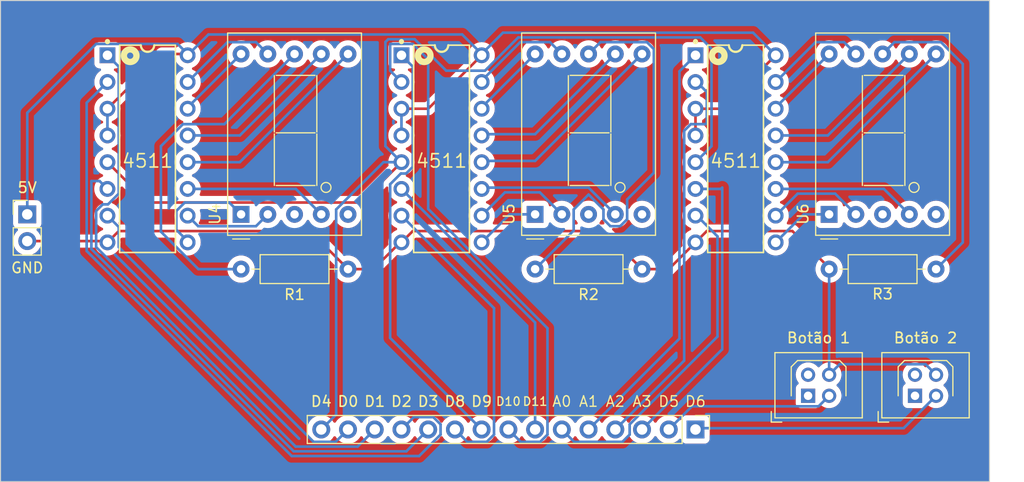
<source format=kicad_pcb>
(kicad_pcb (version 20221018) (generator pcbnew)
  (layers (0 "F.Cu" signal) (31 "B.Cu" signal) (34 "B.Paste" user) (35 "F.Paste" user) (36 "B.SilkS" user "B.Silkscreen") (37 "F.SilkS" user "F.Silkscreen") (38 "B.Mask" user) (39 "F.Mask" user) (44 "Edge.Cuts" user))
  (net 0 "")
  (net 1 "Net-(J2-Pin_13)")
  (net 2 "Net-(J2-Pin_12)")
  (net 3 "Net-(J1-Pin_1)")
  (net 4 "Net-(J2-Pin_15)")
  (net 5 "Net-(J2-Pin_11)")
  (net 6 "Net-(J2-Pin_14)")
  (net 7 "Net-(J1-Pin_2)")
  (net 8 "Net-(U1-Qf)")
  (net 9 "Net-(U1-Qg)")
  (net 10 "Net-(U1-Qa)")
  (net 11 "Net-(U1-Qb)")
  (net 12 "Net-(U1-Qc)")
  (net 13 "Net-(U1-Qd)")
  (net 14 "Net-(U1-Qe)")
  (net 15 "Net-(J2-Pin_9)")
  (net 16 "Net-(J2-Pin_8)")
  (net 17 "Net-(J2-Pin_7)")
  (net 18 "Net-(J2-Pin_10)")
  (net 19 "Net-(U2-Qf)")
  (net 20 "Net-(U2-Qg)")
  (net 21 "Net-(U2-Qa)")
  (net 22 "Net-(U2-Qb)")
  (net 23 "Net-(U2-Qc)")
  (net 24 "Net-(U2-Qd)")
  (net 25 "Net-(U2-Qe)")
  (net 26 "Net-(J2-Pin_5)")
  (net 27 "Net-(J2-Pin_4)")
  (net 28 "Net-(J2-Pin_3)")
  (net 29 "Net-(J2-Pin_6)")
  (net 30 "Net-(U3-Qf)")
  (net 31 "Net-(U3-Qg)")
  (net 32 "Net-(U3-Qa)")
  (net 33 "Net-(U3-Qb)")
  (net 34 "Net-(U3-Qc)")
  (net 35 "Net-(U3-Qd)")
  (net 36 "Net-(U3-Qe)")
  (net 37 "Net-(R1-Pad1)")
  (net 38 "Net-(R2-Pad1)")
  (net 39 "Net-(R3-Pad1)")
  (net 46 "Net-(J2-Pin_1)")
  (net 47 "Net-(J2-Pin_2)")
  (footprint "Connector_Harwin:Harwin_LTek-Male_2x02_P2.00mm_Vertical" (layer "F.Cu") (at 185.96 106.14)
    (fp_text reference "Botão 1" (at 1 -5.5) (layer "F.SilkS"))
    (fp_text value "Conn_02x02_Top_Bottom")
    (pad "1" thru_hole rect (at 0 0) (size 1.35 1.35) (drill 0.8) (layers "*.Cu" "*.Mask"))
    (pad "2" thru_hole circle (at 0 -2) (size 1.35 1.35) (drill 0.8) (layers "*.Cu" "*.Mask"))
    (pad "3" thru_hole circle (at 2 0) (size 1.35 1.35) (drill 0.8) (layers "*.Cu" "*.Mask") (net 47 "Net-(J2-Pin_2)"))
    (pad "4" thru_hole circle (at 2 -2) (size 1.35 1.35) (drill 0.8) (layers "*.Cu" "*.Mask") (net 7 "Net-(J1-Pin_2)"))
  )
  (footprint "Resistor_THT:R_Axial_DIN0207_L6.3mm_D2.5mm_P10.16mm_Horizontal" (layer "F.Cu") (at 132.08 94.1025)
    (fp_text reference "R1" (at 5.08 2.4175) (layer "F.SilkS"))
    (fp_text value "1K")
    (pad "1" thru_hole circle (at 0 0) (size 1.6 1.6) (drill 0.8) (layers "*.Cu" "*.Mask") (net 37 "Net-(R1-Pad1)"))
    (pad "2" thru_hole oval (at 10.16 0) (size 1.6 1.6) (drill 0.8) (layers "*.Cu" "*.Mask") (net 7 "Net-(J1-Pin_2)"))
  )
  (footprint "Display_7Segment:D1X8K" (layer "F.Cu") (at 187.96 88.9 90)
    (fp_text reference "U6" (at 0.03 -2.48 90) (layer "F.SilkS"))
    (fp_text value "D168K")
    (pad "1" thru_hole rect (at 0 0) (size 1.6 1.6) (drill 0.8) (layers "*.Cu" "*.Mask") (net 36 "Net-(U3-Qe)"))
    (pad "2" thru_hole circle (at 0 2.54) (size 1.6 1.6) (drill 0.8) (layers "*.Cu" "*.Mask") (net 35 "Net-(U3-Qd)"))
    (pad "3" thru_hole circle (at 0 5.08) (size 1.6 1.6) (drill 0.8) (layers "*.Cu" "*.Mask"))
    (pad "4" thru_hole circle (at 0 7.62) (size 1.6 1.6) (drill 0.8) (layers "*.Cu" "*.Mask") (net 34 "Net-(U3-Qc)"))
    (pad "5" thru_hole circle (at 0 10.16) (size 1.6 1.6) (drill 0.8) (layers "*.Cu" "*.Mask"))
    (pad "6" thru_hole circle (at 15.24 10.16) (size 1.6 1.6) (drill 0.8) (layers "*.Cu" "*.Mask") (net 33 "Net-(U3-Qb)"))
    (pad "7" thru_hole circle (at 15.24 7.62) (size 1.6 1.6) (drill 0.8) (layers "*.Cu" "*.Mask") (net 32 "Net-(U3-Qa)"))
    (pad "8" thru_hole circle (at 15.24 5.08) (size 1.6 1.6) (drill 0.8) (layers "*.Cu" "*.Mask") (net 39 "Net-(R3-Pad1)"))
    (pad "9" thru_hole circle (at 15.24 2.54) (size 1.6 1.6) (drill 0.8) (layers "*.Cu" "*.Mask") (net 30 "Net-(U3-Qf)"))
    (pad "10" thru_hole circle (at 15.24 0) (size 1.6 1.6) (drill 0.8) (layers "*.Cu" "*.Mask") (net 31 "Net-(U3-Qg)"))
  )
  (footprint "eec:Texas_Instruments-CD74HCT4511E-Manufacturer_Recommended" (layer "F.Cu") (at 123.19 82.6725)
    (fp_text reference "U1" hide)
    (fp_text value "4511" (at 0 1.1475) (layer "F.SilkS") (effects (font (size 1.27 1.27))))
    (pad "1" thru_hole rect (at -3.81 -8.89) (size 1.5 1.5) (drill 0.900001) (layers "*.Cu") (net 1 "Net-(J2-Pin_13)"))
    (pad "2" thru_hole circle (at -3.81 -6.35) (size 1.5 1.5) (drill 0.900001) (layers "*.Cu") (net 2 "Net-(J2-Pin_12)"))
    (pad "3" thru_hole circle (at -3.81 -3.81) (size 1.5 1.5) (drill 0.900001) (layers "*.Cu") (net 3 "Net-(J1-Pin_1)"))
    (pad "4" thru_hole circle (at -3.81 -1.27) (size 1.5 1.5) (drill 0.900001) (layers "*.Cu") (net 3 "Net-(J1-Pin_1)"))
    (pad "5" thru_hole circle (at -3.81 1.27) (size 1.5 1.5) (drill 0.900001) (layers "*.Cu") (net 4 "Net-(J2-Pin_15)"))
    (pad "6" thru_hole circle (at -3.81 3.81) (size 1.5 1.5) (drill 0.900001) (layers "*.Cu") (net 5 "Net-(J2-Pin_11)"))
    (pad "7" thru_hole circle (at -3.81 6.35) (size 1.5 1.5) (drill 0.900001) (layers "*.Cu") (net 6 "Net-(J2-Pin_14)"))
    (pad "8" thru_hole circle (at -3.81 8.89) (size 1.5 1.5) (drill 0.900001) (layers "*.Cu") (net 7 "Net-(J1-Pin_2)"))
    (pad "9" thru_hole circle (at 3.81 8.89) (size 1.5 1.5) (drill 0.900001) (layers "*.Cu") (net 14 "Net-(U1-Qe)"))
    (pad "10" thru_hole circle (at 3.81 6.35) (size 1.5 1.5) (drill 0.900001) (layers "*.Cu") (net 13 "Net-(U1-Qd)"))
    (pad "11" thru_hole circle (at 3.81 3.81) (size 1.5 1.5) (drill 0.900001) (layers "*.Cu") (net 12 "Net-(U1-Qc)"))
    (pad "12" thru_hole circle (at 3.81 1.27) (size 1.5 1.5) (drill 0.900001) (layers "*.Cu") (net 11 "Net-(U1-Qb)"))
    (pad "13" thru_hole circle (at 3.81 -1.27) (size 1.5 1.5) (drill 0.900001) (layers "*.Cu") (net 10 "Net-(U1-Qa)"))
    (pad "14" thru_hole circle (at 3.81 -3.81) (size 1.5 1.5) (drill 0.900001) (layers "*.Cu") (net 9 "Net-(U1-Qg)"))
    (pad "15" thru_hole circle (at 3.81 -6.35) (size 1.5 1.5) (drill 0.900001) (layers "*.Cu") (net 8 "Net-(U1-Qf)"))
    (pad "16" thru_hole circle (at 3.81 -8.89) (size 1.5 1.5) (drill 0.900001) (layers "*.Cu") (net 3 "Net-(J1-Pin_1)"))
  )
  (footprint "Resistor_THT:R_Axial_DIN0207_L6.3mm_D2.5mm_P10.16mm_Horizontal" (layer "F.Cu") (at 160.02 94.1025)
    (fp_text reference "R2" (at 5.08 2.4175) (layer "F.SilkS"))
    (fp_text value "1K")
    (pad "1" thru_hole circle (at 0 0) (size 1.6 1.6) (drill 0.8) (layers "*.Cu" "*.Mask") (net 38 "Net-(R2-Pad1)"))
    (pad "2" thru_hole oval (at 10.16 0) (size 1.6 1.6) (drill 0.8) (layers "*.Cu" "*.Mask") (net 7 "Net-(J1-Pin_2)"))
  )
  (footprint "eec:Texas_Instruments-CD74HCT4511E-Manufacturer_Recommended" (layer "F.Cu") (at 151.13 82.6725)
    (fp_text reference "U2" hide)
    (fp_text value "4511" (at 0 1.1475) (layer "F.SilkS") (effects (font (size 1.27 1.27))))
    (pad "1" thru_hole rect (at -3.81 -8.89) (size 1.5 1.5) (drill 0.900001) (layers "*.Cu") (net 15 "Net-(J2-Pin_9)"))
    (pad "2" thru_hole circle (at -3.81 -6.35) (size 1.5 1.5) (drill 0.900001) (layers "*.Cu") (net 16 "Net-(J2-Pin_8)"))
    (pad "3" thru_hole circle (at -3.81 -3.81) (size 1.5 1.5) (drill 0.900001) (layers "*.Cu") (net 3 "Net-(J1-Pin_1)"))
    (pad "4" thru_hole circle (at -3.81 -1.27) (size 1.5 1.5) (drill 0.900001) (layers "*.Cu") (net 3 "Net-(J1-Pin_1)"))
    (pad "5" thru_hole circle (at -3.81 1.27) (size 1.5 1.5) (drill 0.900001) (layers "*.Cu") (net 4 "Net-(J2-Pin_15)"))
    (pad "6" thru_hole circle (at -3.81 3.81) (size 1.5 1.5) (drill 0.900001) (layers "*.Cu") (net 17 "Net-(J2-Pin_7)"))
    (pad "7" thru_hole circle (at -3.81 6.35) (size 1.5 1.5) (drill 0.900001) (layers "*.Cu") (net 18 "Net-(J2-Pin_10)"))
    (pad "8" thru_hole circle (at -3.81 8.89) (size 1.5 1.5) (drill 0.900001) (layers "*.Cu") (net 7 "Net-(J1-Pin_2)"))
    (pad "9" thru_hole circle (at 3.81 8.89) (size 1.5 1.5) (drill 0.900001) (layers "*.Cu") (net 25 "Net-(U2-Qe)"))
    (pad "10" thru_hole circle (at 3.81 6.35) (size 1.5 1.5) (drill 0.900001) (layers "*.Cu") (net 24 "Net-(U2-Qd)"))
    (pad "11" thru_hole circle (at 3.81 3.81) (size 1.5 1.5) (drill 0.900001) (layers "*.Cu") (net 23 "Net-(U2-Qc)"))
    (pad "12" thru_hole circle (at 3.81 1.27) (size 1.5 1.5) (drill 0.900001) (layers "*.Cu") (net 22 "Net-(U2-Qb)"))
    (pad "13" thru_hole circle (at 3.81 -1.27) (size 1.5 1.5) (drill 0.900001) (layers "*.Cu") (net 21 "Net-(U2-Qa)"))
    (pad "14" thru_hole circle (at 3.81 -3.81) (size 1.5 1.5) (drill 0.900001) (layers "*.Cu") (net 20 "Net-(U2-Qg)"))
    (pad "15" thru_hole circle (at 3.81 -6.35) (size 1.5 1.5) (drill 0.900001) (layers "*.Cu") (net 19 "Net-(U2-Qf)"))
    (pad "16" thru_hole circle (at 3.81 -8.89) (size 1.5 1.5) (drill 0.900001) (layers "*.Cu") (net 3 "Net-(J1-Pin_1)"))
  )
  (footprint "eec:Texas_Instruments-CD74HCT4511E-Manufacturer_Recommended" (layer "F.Cu") (at 179.07 82.6725)
    (fp_text reference "U3" hide)
    (fp_text value "4511" (at 0 1.1475) (layer "F.SilkS") (effects (font (size 1.27 1.27))))
    (pad "1" thru_hole rect (at -3.81 -8.89) (size 1.5 1.5) (drill 0.900001) (layers "*.Cu") (net 26 "Net-(J2-Pin_5)"))
    (pad "2" thru_hole circle (at -3.81 -6.35) (size 1.5 1.5) (drill 0.900001) (layers "*.Cu") (net 27 "Net-(J2-Pin_4)"))
    (pad "3" thru_hole circle (at -3.81 -3.81) (size 1.5 1.5) (drill 0.900001) (layers "*.Cu") (net 3 "Net-(J1-Pin_1)"))
    (pad "4" thru_hole circle (at -3.81 -1.27) (size 1.5 1.5) (drill 0.900001) (layers "*.Cu") (net 3 "Net-(J1-Pin_1)"))
    (pad "5" thru_hole circle (at -3.81 1.27) (size 1.5 1.5) (drill 0.900001) (layers "*.Cu") (net 4 "Net-(J2-Pin_15)"))
    (pad "6" thru_hole circle (at -3.81 3.81) (size 1.5 1.5) (drill 0.900001) (layers "*.Cu") (net 28 "Net-(J2-Pin_3)"))
    (pad "7" thru_hole circle (at -3.81 6.35) (size 1.5 1.5) (drill 0.900001) (layers "*.Cu") (net 29 "Net-(J2-Pin_6)"))
    (pad "8" thru_hole circle (at -3.81 8.89) (size 1.5 1.5) (drill 0.900001) (layers "*.Cu") (net 7 "Net-(J1-Pin_2)"))
    (pad "9" thru_hole circle (at 3.81 8.89) (size 1.5 1.5) (drill 0.900001) (layers "*.Cu") (net 36 "Net-(U3-Qe)"))
    (pad "10" thru_hole circle (at 3.81 6.35) (size 1.5 1.5) (drill 0.900001) (layers "*.Cu") (net 35 "Net-(U3-Qd)"))
    (pad "11" thru_hole circle (at 3.81 3.81) (size 1.5 1.5) (drill 0.900001) (layers "*.Cu") (net 34 "Net-(U3-Qc)"))
    (pad "12" thru_hole circle (at 3.81 1.27) (size 1.5 1.5) (drill 0.900001) (layers "*.Cu") (net 33 "Net-(U3-Qb)"))
    (pad "13" thru_hole circle (at 3.81 -1.27) (size 1.5 1.5) (drill 0.900001) (layers "*.Cu") (net 32 "Net-(U3-Qa)"))
    (pad "14" thru_hole circle (at 3.81 -3.81) (size 1.5 1.5) (drill 0.900001) (layers "*.Cu") (net 31 "Net-(U3-Qg)"))
    (pad "15" thru_hole circle (at 3.81 -6.35) (size 1.5 1.5) (drill 0.900001) (layers "*.Cu") (net 30 "Net-(U3-Qf)"))
    (pad "16" thru_hole circle (at 3.81 -8.89) (size 1.5 1.5) (drill 0.900001) (layers "*.Cu") (net 3 "Net-(J1-Pin_1)"))
  )
  (footprint "Resistor_THT:R_Axial_DIN0207_L6.3mm_D2.5mm_P10.16mm_Horizontal" (layer "F.Cu") (at 198.12 94.1025 180)
    (fp_text reference "R3" (at 5.08 -2.37) (layer "F.SilkS"))
    (fp_text value "1K")
    (pad "1" thru_hole circle (at 0 0 180) (size 1.6 1.6) (drill 0.8) (layers "*.Cu" "*.Mask") (net 39 "Net-(R3-Pad1)"))
    (pad "2" thru_hole oval (at 10.16 0 180) (size 1.6 1.6) (drill 0.8) (layers "*.Cu" "*.Mask") (net 7 "Net-(J1-Pin_2)"))
  )
  (footprint "Connector_Harwin:Harwin_LTek-Male_2x02_P2.00mm_Vertical" (layer "F.Cu") (at 196.12 106.14)
    (fp_text reference "Botão 2" (at 1 -5.5) (layer "F.SilkS"))
    (fp_text value "Conn_02x02_Top_Bottom")
    (pad "1" thru_hole rect (at 0 0) (size 1.35 1.35) (drill 0.8) (layers "*.Cu" "*.Mask"))
    (pad "2" thru_hole circle (at 0 -2) (size 1.35 1.35) (drill 0.8) (layers "*.Cu" "*.Mask"))
    (pad "3" thru_hole circle (at 2 0) (size 1.35 1.35) (drill 0.8) (layers "*.Cu" "*.Mask") (net 46 "Net-(J2-Pin_1)"))
    (pad "4" thru_hole circle (at 2 -2) (size 1.35 1.35) (drill 0.8) (layers "*.Cu" "*.Mask") (net 7 "Net-(J1-Pin_2)"))
  )
  (footprint "Display_7Segment:D1X8K" (layer "F.Cu") (at 132.08 88.9 90)
    (fp_text reference "U4" (at 0.03 -2.48 90) (layer "F.SilkS"))
    (fp_text value "D168K")
    (pad "1" thru_hole rect (at 0 0) (size 1.6 1.6) (drill 0.8) (layers "*.Cu" "*.Mask") (net 14 "Net-(U1-Qe)"))
    (pad "2" thru_hole circle (at 0 2.54) (size 1.6 1.6) (drill 0.8) (layers "*.Cu" "*.Mask") (net 13 "Net-(U1-Qd)"))
    (pad "3" thru_hole circle (at 0 5.08) (size 1.6 1.6) (drill 0.8) (layers "*.Cu" "*.Mask"))
    (pad "4" thru_hole circle (at 0 7.62) (size 1.6 1.6) (drill 0.8) (layers "*.Cu" "*.Mask") (net 12 "Net-(U1-Qc)"))
    (pad "5" thru_hole circle (at 0 10.16) (size 1.6 1.6) (drill 0.8) (layers "*.Cu" "*.Mask"))
    (pad "6" thru_hole circle (at 15.24 10.16) (size 1.6 1.6) (drill 0.8) (layers "*.Cu" "*.Mask") (net 11 "Net-(U1-Qb)"))
    (pad "7" thru_hole circle (at 15.24 7.62) (size 1.6 1.6) (drill 0.8) (layers "*.Cu" "*.Mask") (net 10 "Net-(U1-Qa)"))
    (pad "8" thru_hole circle (at 15.24 5.08) (size 1.6 1.6) (drill 0.8) (layers "*.Cu" "*.Mask") (net 37 "Net-(R1-Pad1)"))
    (pad "9" thru_hole circle (at 15.24 2.54) (size 1.6 1.6) (drill 0.8) (layers "*.Cu" "*.Mask") (net 8 "Net-(U1-Qf)"))
    (pad "10" thru_hole circle (at 15.24 0) (size 1.6 1.6) (drill 0.8) (layers "*.Cu" "*.Mask") (net 9 "Net-(U1-Qg)"))
  )
  (footprint "Connector_PinHeader_2.54mm:PinHeader_1x02_P2.54mm_Vertical" (layer "F.Cu") (at 111.76 88.9)
    (fp_text reference "J1" hide)
    (fp_text value "Conn_01x02_Socket" hide)
    (pad "1" thru_hole rect (at 0 0) (size 1.7 1.7) (drill 1) (layers "*.Cu" "*.Mask") (net 3 "Net-(J1-Pin_1)"))
    (pad "2" thru_hole oval (at 0 2.54) (size 1.7 1.7) (drill 1) (layers "*.Cu" "*.Mask") (net 7 "Net-(J1-Pin_2)"))
  )
  (footprint "Connector_PinHeader_2.54mm:PinHeader_1x15_P2.54mm_Vertical" (layer "F.Cu") (at 175.26 109.3425 -90)
    (fp_text reference "J2" hide)
    (fp_text value "Conn_01x15_Socket" hide)
    (pad "1" thru_hole rect (at 0 0 270) (size 1.7 1.7) (drill 1) (layers "*.Cu" "*.Mask") (net 46 "Net-(J2-Pin_1)"))
    (pad "2" thru_hole oval (at 0 2.54 270) (size 1.7 1.7) (drill 1) (layers "*.Cu" "*.Mask") (net 47 "Net-(J2-Pin_2)"))
    (pad "3" thru_hole oval (at 0 5.08 270) (size 1.7 1.7) (drill 1) (layers "*.Cu" "*.Mask") (net 28 "Net-(J2-Pin_3)"))
    (pad "4" thru_hole oval (at 0 7.62 270) (size 1.7 1.7) (drill 1) (layers "*.Cu" "*.Mask") (net 27 "Net-(J2-Pin_4)"))
    (pad "5" thru_hole oval (at 0 10.16 270) (size 1.7 1.7) (drill 1) (layers "*.Cu" "*.Mask") (net 26 "Net-(J2-Pin_5)"))
    (pad "6" thru_hole oval (at 0 12.7 270) (size 1.7 1.7) (drill 1) (layers "*.Cu" "*.Mask") (net 29 "Net-(J2-Pin_6)"))
    (pad "7" thru_hole oval (at 0 15.24 270) (size 1.7 1.7) (drill 1) (layers "*.Cu" "*.Mask") (net 17 "Net-(J2-Pin_7)"))
    (pad "8" thru_hole oval (at 0 17.78 270) (size 1.7 1.7) (drill 1) (layers "*.Cu" "*.Mask") (net 16 "Net-(J2-Pin_8)"))
    (pad "9" thru_hole oval (at 0 20.32 270) (size 1.7 1.7) (drill 1) (layers "*.Cu" "*.Mask") (net 15 "Net-(J2-Pin_9)"))
    (pad "10" thru_hole oval (at 0 22.86 270) (size 1.7 1.7) (drill 1) (layers "*.Cu" "*.Mask") (net 18 "Net-(J2-Pin_10)"))
    (pad "11" thru_hole oval (at 0 25.4 270) (size 1.7 1.7) (drill 1) (layers "*.Cu" "*.Mask") (net 5 "Net-(J2-Pin_11)"))
    (pad "12" thru_hole oval (at 0 27.94 270) (size 1.7 1.7) (drill 1) (layers "*.Cu" "*.Mask") (net 2 "Net-(J2-Pin_12)"))
    (pad "13" thru_hole oval (at 0 30.48 270) (size 1.7 1.7) (drill 1) (layers "*.Cu" "*.Mask") (net 1 "Net-(J2-Pin_13)"))
    (pad "14" thru_hole oval (at 0 33.02 270) (size 1.7 1.7) (drill 1) (layers "*.Cu" "*.Mask") (net 6 "Net-(J2-Pin_14)"))
    (pad "15" thru_hole oval (at 0 35.56 270) (size 1.7 1.7) (drill 1) (layers "*.Cu" "*.Mask") (net 4 "Net-(J2-Pin_15)"))
  )
  (footprint "Display_7Segment:D1X8K" (layer "F.Cu") (at 160.02 88.9 90)
    (fp_text reference "U5" (at 0.03 -2.48 90) (layer "F.SilkS"))
    (fp_text value "D168K")
    (pad "1" thru_hole rect (at 0 0) (size 1.6 1.6) (drill 0.8) (layers "*.Cu" "*.Mask") (net 25 "Net-(U2-Qe)"))
    (pad "2" thru_hole circle (at 0 2.54) (size 1.6 1.6) (drill 0.8) (layers "*.Cu" "*.Mask") (net 24 "Net-(U2-Qd)"))
    (pad "3" thru_hole circle (at 0 5.08) (size 1.6 1.6) (drill 0.8) (layers "*.Cu" "*.Mask"))
    (pad "4" thru_hole circle (at 0 7.62) (size 1.6 1.6) (drill 0.8) (layers "*.Cu" "*.Mask") (net 23 "Net-(U2-Qc)"))
    (pad "5" thru_hole circle (at 0 10.16) (size 1.6 1.6) (drill 0.8) (layers "*.Cu" "*.Mask"))
    (pad "6" thru_hole circle (at 15.24 10.16) (size 1.6 1.6) (drill 0.8) (layers "*.Cu" "*.Mask") (net 22 "Net-(U2-Qb)"))
    (pad "7" thru_hole circle (at 15.24 7.62) (size 1.6 1.6) (drill 0.8) (layers "*.Cu" "*.Mask") (net 21 "Net-(U2-Qa)"))
    (pad "8" thru_hole circle (at 15.24 5.08) (size 1.6 1.6) (drill 0.8) (layers "*.Cu" "*.Mask") (net 38 "Net-(R2-Pad1)"))
    (pad "9" thru_hole circle (at 15.24 2.54) (size 1.6 1.6) (drill 0.8) (layers "*.Cu" "*.Mask") (net 19 "Net-(U2-Qf)"))
    (pad "10" thru_hole circle (at 15.24 0) (size 1.6 1.6) (drill 0.8) (layers "*.Cu" "*.Mask") (net 20 "Net-(U2-Qg)"))
  )
  (gr_rect (start 109.22 68.58) (end 203.2 114.3) (stroke (width 0.1)) (fill none) (layer "Edge.Cuts"))
  (gr_text "D10" (at 157.48 106.68) (layer "F.SilkS") (effects (font (size 0.8 0.8) (thickness 0.125))))
  (gr_text "A0\n" (at 162.56 106.68) (layer "F.SilkS") (effects (font (size 1 1) (thickness 0.125))))
  (gr_text "D5" (at 172.72 106.68) (layer "F.SilkS") (effects (font (size 1 1) (thickness 0.125))))
  (gr_text "D0" (at 142.24 106.68) (layer "F.SilkS") (effects (font (size 1 1))))
  (gr_text "D2" (at 147.32 106.68) (layer "F.SilkS") (effects (font (size 1 1))))
  (gr_text "GND" (at 111.76 93.98) (layer "F.SilkS") (effects (font (size 1 1))))
  (gr_text "D6" (at 175.26 106.68) (layer "F.SilkS") (effects (font (size 1 1) (thickness 0.125))))
  (gr_text "5V" (at 111.76 86.36) (layer "F.SilkS") (effects (font (size 1 1))))
  (gr_text "D9" (at 154.94 106.68) (layer "F.SilkS") (effects (font (size 1 1))))
  (gr_text "D11" (at 160.02 106.68) (layer "F.SilkS") (effects (font (size 0.8 0.8) (thickness 0.125))))
  (gr_text "D4" (at 139.7 106.68) (layer "F.SilkS") (effects (font (size 1 1))))
  (gr_text "D3" (at 149.86 106.68) (layer "F.SilkS") (effects (font (size 1 1))))
  (gr_text "A1" (at 165.1 106.68) (layer "F.SilkS") (effects (font (size 1 1) (thickness 0.125))))
  (gr_text "D8" (at 152.4 106.68) (layer "F.SilkS") (effects (font (size 1 1))))
  (gr_text "D1" (at 144.78 106.68) (layer "F.SilkS") (effects (font (size 1 1))))
  (gr_text "A3" (at 170.18 106.68) (layer "F.SilkS") (effects (font (size 1 1) (thickness 0.125))))
  (gr_text "A2" (at 167.64 106.68) (layer "F.SilkS") (effects (font (size 1 1) (thickness 0.125))))
  (segment (start 120.455 86.92778) (end 120.455 74.8575) (width 0.25) (layer "B.Cu") (net 1))
  (segment (start 118.305 88.57722) (end 118.93472 87.9475) (width 0.25) (layer "B.Cu") (net 1))
  (segment (start 144.78 109.3425) (end 143.155 110.9675) (width 0.25) (layer "B.Cu") (net 1))
  (segment (start 143.155 110.9675) (end 137.26472 110.9675) (width 0.25) (layer "B.Cu") (net 1))
  (segment (start 137.26472 110.9675) (end 118.305 92.00778) (width 0.25) (layer "B.Cu") (net 1))
  (segment (start 119.43528 87.9475) (end 120.455 86.92778) (width 0.25) (layer "B.Cu") (net 1))
  (segment (start 118.305 92.00778) (end 118.305 88.57722) (width 0.25) (layer "B.Cu") (net 1))
  (segment (start 118.93472 87.9475) (end 119.43528 87.9475) (width 0.25) (layer "B.Cu") (net 1))
  (segment (start 120.455 74.8575) (end 119.38 73.7825) (width 0.25) (layer "B.Cu") (net 1))
  (segment (start 148.996701 111.8675) (end 136.891928 111.8675) (width 0.25) (layer "B.Cu") (net 2))
  (segment (start 117.405 78.2975) (end 119.38 76.3225) (width 0.25) (layer "B.Cu") (net 2))
  (segment (start 136.891928 111.8675) (end 117.405 92.380572) (width 0.25) (layer "B.Cu") (net 2))
  (segment (start 117.405 92.380572) (end 117.405 78.2975) (width 0.25) (layer "B.Cu") (net 2))
  (segment (start 147.32 109.3425) (end 148.495 108.1675) (width 0.25) (layer "B.Cu") (net 2))
  (segment (start 148.495 108.1675) (end 150.346701 108.1675) (width 0.25) (layer "B.Cu") (net 2))
  (segment (start 151.035 108.855799) (end 151.035 109.829201) (width 0.25) (layer "B.Cu") (net 2))
  (segment (start 150.346701 108.1675) (end 151.035 108.855799) (width 0.25) (layer "B.Cu") (net 2))
  (segment (start 151.035 109.829201) (end 148.996701 111.8675) (width 0.25) (layer "B.Cu") (net 2))
  (segment (start 124.5825 73.66) (end 127 73.66) (width 0.25) (layer "F.Cu") (net 3))
  (segment (start 175.26 78.8625) (end 177.8 78.8625) (width 0.25) (layer "F.Cu") (net 3))
  (segment (start 177.8 78.8625) (end 182.88 73.7825) (width 0.25) (layer "F.Cu") (net 3))
  (segment (start 119.38 78.8625) (end 124.5825 73.66) (width 0.25) (layer "F.Cu") (net 3))
  (segment (start 149.86 78.8625) (end 154.94 73.7825) (width 0.25) (layer "F.Cu") (net 3))
  (segment (start 175.26 78.8625) (end 175.26 81.4025) (width 0.25) (layer "F.Cu") (net 3))
  (segment (start 147.32 78.8625) (end 149.86 78.8625) (width 0.25) (layer "F.Cu") (net 3))
  (segment (start 156.965 71.635) (end 154.94 73.66) (width 0.25) (layer "B.Cu") (net 3))
  (segment (start 118.305 72.7075) (end 126.0475 72.7075) (width 0.25) (layer "B.Cu") (net 3))
  (segment (start 111.76 79.2525) (end 118.305 72.7075) (width 0.25) (layer "B.Cu") (net 3))
  (segment (start 180.7325 71.635) (end 156.965 71.635) (width 0.25) (layer "B.Cu") (net 3))
  (segment (start 111.76 88.9) (end 111.76 79.2525) (width 0.25) (layer "B.Cu") (net 3))
  (segment (start 153.0875 71.8075) (end 154.94 73.66) (width 0.25) (layer "B.Cu") (net 3))
  (segment (start 128.975 71.8075) (end 153.0875 71.8075) (width 0.25) (layer "B.Cu") (net 3))
  (segment (start 126.0475 72.7075) (end 127 73.66) (width 0.25) (layer "B.Cu") (net 3))
  (segment (start 182.88 73.7825) (end 180.7325 71.635) (width 0.25) (layer "B.Cu") (net 3))
  (segment (start 127 73.7825) (end 128.975 71.8075) (width 0.25) (layer "B.Cu") (net 3))
  (segment (start 147.32 78.8625) (end 147.32 81.4025) (width 0.25) (layer "B.Cu") (net 3))
  (segment (start 119.38 78.8625) (end 119.38 81.4025) (width 0.25) (layer "B.Cu") (net 3))
  (segment (start 123.2125 87.775) (end 143.4875 87.775) (width 0.25) (layer "F.Cu") (net 4))
  (segment (start 143.4875 87.775) (end 147.32 83.9425) (width 0.25) (layer "F.Cu") (net 4))
  (segment (start 119.38 83.9425) (end 123.2125 87.775) (width 0.25) (layer "F.Cu") (net 4))
  (segment (start 151.571396 75.2475) (end 148.581396 72.2575) (width 0.25) (layer "B.Cu") (net 4))
  (segment (start 148.581396 72.2575) (end 146.058604 72.2575) (width 0.25) (layer "B.Cu") (net 4))
  (segment (start 176.785 82.4175) (end 176.785 73.1575) (width 0.25) (layer "B.Cu") (net 4))
  (segment (start 141.115 88.434009) (end 145.606509 83.9425) (width 0.25) (layer "B.Cu") (net 4))
  (segment (start 175.26 83.9425) (end 176.785 82.4175) (width 0.25) (layer "B.Cu") (net 4))
  (segment (start 139.7 109.3425) (end 141.115 107.9275) (width 0.25) (layer "B.Cu") (net 4))
  (segment (start 175.7125 72.085) (end 158.418604 72.085) (width 0.25) (layer "B.Cu") (net 4))
  (segment (start 145.606509 83.9425) (end 147.32 83.9425) (width 0.25) (layer "B.Cu") (net 4))
  (segment (start 155.256104 75.2475) (end 151.571396 75.2475) (width 0.25) (layer "B.Cu") (net 4))
  (segment (start 158.418604 72.085) (end 155.256104 75.2475) (width 0.25) (layer "B.Cu") (net 4))
  (segment (start 145.795 82.4175) (end 147.32 83.9425) (width 0.25) (layer "B.Cu") (net 4))
  (segment (start 146.058604 72.2575) (end 145.795 72.521104) (width 0.25) (layer "B.Cu") (net 4))
  (segment (start 176.785 73.1575) (end 175.7125 72.085) (width 0.25) (layer "B.Cu") (net 4))
  (segment (start 145.795 72.521104) (end 145.795 82.4175) (width 0.25) (layer "B.Cu") (net 4))
  (segment (start 141.115 107.9275) (end 141.115 88.434009) (width 0.25) (layer "B.Cu") (net 4))
  (segment (start 117.855 85.735) (end 118.6325 85.735) (width 0.25) (layer "B.Cu") (net 5))
  (segment (start 117.855 92.194176) (end 117.855 85.735) (width 0.25) (layer "B.Cu") (net 5))
  (segment (start 118.6325 85.735) (end 119.38 86.4825) (width 0.25) (layer "B.Cu") (net 5))
  (segment (start 137.078324 111.4175) (end 117.855 92.194176) (width 0.25) (layer "B.Cu") (net 5))
  (segment (start 149.86 109.3425) (end 147.785 111.4175) (width 0.25) (layer "B.Cu") (net 5))
  (segment (start 147.785 111.4175) (end 137.078324 111.4175) (width 0.25) (layer "B.Cu") (net 5))
  (segment (start 142.24 109.3425) (end 141.065 110.5175) (width 0.25) (layer "B.Cu") (net 6))
  (segment (start 141.065 110.5175) (end 138.96472 110.5175) (width 0.25) (layer "B.Cu") (net 6))
  (segment (start 120.455 92.00778) (end 120.455 90.0975) (width 0.25) (layer "B.Cu") (net 6))
  (segment (start 120.455 90.0975) (end 119.38 89.0225) (width 0.25) (layer "B.Cu") (net 6))
  (segment (start 138.96472 110.5175) (end 120.455 92.00778) (width 0.25) (layer "B.Cu") (net 6))
  (segment (start 138.625 90.4875) (end 142.24 94.1025) (width 0.25) (layer "F.Cu") (net 7))
  (segment (start 119.38 91.5625) (end 120.455 90.4875) (width 0.25) (layer "F.Cu") (net 7))
  (segment (start 184.4675 90.4875) (end 187.96 93.98) (width 0.25) (layer "F.Cu") (net 7))
  (segment (start 166.565 90.4875) (end 170.18 94.1025) (width 0.25) (layer "F.Cu") (net 7))
  (segment (start 172.72 94.1025) (end 175.26 91.5625) (width 0.25) (layer "F.Cu") (net 7))
  (segment (start 144.6575 94.1025) (end 147.32 91.44) (width 0.25) (layer "F.Cu") (net 7))
  (segment (start 147.32 91.5625) (end 148.395 90.4875) (width 0.25) (layer "F.Cu") (net 7))
  (segment (start 170.18 94.1025) (end 172.72 94.1025) (width 0.25) (layer "F.Cu") (net 7))
  (segment (start 142.24 94.1025) (end 144.6575 94.1025) (width 0.25) (layer "F.Cu") (net 7))
  (segment (start 120.455 90.4875) (end 138.625 90.4875) (width 0.25) (layer "F.Cu") (net 7))
  (segment (start 148.395 90.4875) (end 166.565 90.4875) (width 0.25) (layer "F.Cu") (net 7))
  (segment (start 147.32 91.44) (end 147.32 91.5625) (width 0.25) (layer "F.Cu") (net 7))
  (segment (start 175.26 91.5625) (end 176.335 90.4875) (width 0.25) (layer "F.Cu") (net 7))
  (segment (start 119.38 91.44) (end 119.38 91.5625) (width 0.25) (layer "F.Cu") (net 7))
  (segment (start 111.76 91.44) (end 119.38 91.44) (width 0.25) (layer "F.Cu") (net 7))
  (segment (start 176.335 90.4875) (end 184.4675 90.4875) (width 0.25) (layer "F.Cu") (net 7))
  (segment (start 197.12 103.14) (end 198.12 104.14) (width 0.25) (layer "B.Cu") (net 7))
  (segment (start 187.96 104.14) (end 188.96 103.14) (width 0.25) (layer "B.Cu") (net 7))
  (segment (start 187.96 94.1025) (end 187.96 104.14) (width 0.25) (layer "B.Cu") (net 7))
  (segment (start 188.96 103.14) (end 197.12 103.14) (width 0.25) (layer "B.Cu") (net 7))
  (segment (start 133.495 72.535) (end 130.7875 72.535) (width 0.25) (layer "B.Cu") (net 8))
  (segment (start 130.7875 72.535) (end 127 76.3225) (width 0.25) (layer "B.Cu") (net 8))
  (segment (start 134.62 73.66) (end 133.495 72.535) (width 0.25) (layer "B.Cu") (net 8))
  (segment (start 132.08 73.66) (end 127 78.74) (width 0.25) (layer "B.Cu") (net 9))
  (segment (start 139.7 73.66) (end 131.9575 81.4025) (width 0.25) (layer "B.Cu") (net 10))
  (segment (start 131.9575 81.4025) (end 127 81.4025) (width 0.25) (layer "B.Cu") (net 10))
  (segment (start 142.24 73.66) (end 131.9575 83.9425) (width 0.25) (layer "B.Cu") (net 11))
  (segment (start 131.9575 83.9425) (end 127 83.9425) (width 0.25) (layer "B.Cu") (net 11))
  (segment (start 139.7 88.9) (end 137.2825 86.4825) (width 0.25) (layer "B.Cu") (net 12))
  (segment (start 137.2825 86.4825) (end 127 86.4825) (width 0.25) (layer "B.Cu") (net 12))
  (segment (start 128.0025 90.025) (end 127 89.0225) (width 0.25) (layer "B.Cu") (net 13))
  (segment (start 134.62 88.9) (end 133.495 90.025) (width 0.25) (layer "B.Cu") (net 13))
  (segment (start 133.495 90.025) (end 128.0025 90.025) (width 0.25) (layer "B.Cu") (net 13))
  (segment (start 132.08 88.9) (end 130.955 87.775) (width 0.25) (layer "B.Cu") (net 14))
  (segment (start 130.955 87.775) (end 126.72722 87.775) (width 0.25) (layer "B.Cu") (net 14))
  (segment (start 125.925 90.365) (end 127 91.44) (width 0.25) (layer "B.Cu") (net 14))
  (segment (start 125.925 88.57722) (end 125.925 90.365) (width 0.25) (layer "B.Cu") (net 14))
  (segment (start 126.72722 87.775) (end 125.925 88.57722) (width 0.25) (layer "B.Cu") (net 14))
  (segment (start 146.245 100.6475) (end 146.245 86.03722) (width 0.25) (layer "B.Cu") (net 15))
  (segment (start 154.94 109.3425) (end 146.245 100.6475) (width 0.25) (layer "B.Cu") (net 15))
  (segment (start 148.395 84.38778) (end 148.395 74.8575) (width 0.25) (layer "B.Cu") (net 15))
  (segment (start 146.245 86.03722) (end 147.26472 85.0175) (width 0.25) (layer "B.Cu") (net 15))
  (segment (start 147.26472 85.0175) (end 147.76528 85.0175) (width 0.25) (layer "B.Cu") (net 15))
  (segment (start 148.395 74.8575) (end 147.32 73.7825) (width 0.25) (layer "B.Cu") (net 15))
  (segment (start 147.76528 85.0175) (end 148.395 84.38778) (width 0.25) (layer "B.Cu") (net 15))
  (segment (start 148.395 72.7075) (end 146.245 72.7075) (width 0.25) (layer "B.Cu") (net 16))
  (segment (start 149.86 88.386104) (end 149.86 74.1725) (width 0.25) (layer "B.Cu") (net 16))
  (segment (start 146.245 75.2475) (end 147.32 76.3225) (width 0.25) (layer "B.Cu") (net 16))
  (segment (start 160.506701 110.5175) (end 161.195 109.829201) (width 0.25) (layer "B.Cu") (net 16))
  (segment (start 161.195 109.829201) (end 161.195 99.721104) (width 0.25) (layer "B.Cu") (net 16))
  (segment (start 146.245 72.7075) (end 146.245 75.2475) (width 0.25) (layer "B.Cu") (net 16))
  (segment (start 157.48 109.3425) (end 158.655 110.5175) (width 0.25) (layer "B.Cu") (net 16))
  (segment (start 149.86 74.1725) (end 148.395 72.7075) (width 0.25) (layer "B.Cu") (net 16))
  (segment (start 158.655 110.5175) (end 160.506701 110.5175) (width 0.25) (layer "B.Cu") (net 16))
  (segment (start 161.195 99.721104) (end 149.86 88.386104) (width 0.25) (layer "B.Cu") (net 16))
  (segment (start 160.02 109.3425) (end 160.02 99.1825) (width 0.25) (layer "B.Cu") (net 17))
  (segment (start 160.02 99.1825) (end 147.32 86.4825) (width 0.25) (layer "B.Cu") (net 17))
  (segment (start 156.115 97.8175) (end 147.32 89.0225) (width 0.25) (layer "B.Cu") (net 18))
  (segment (start 152.4 109.3425) (end 153.575 110.5175) (width 0.25) (layer "B.Cu") (net 18))
  (segment (start 155.426701 110.5175) (end 156.115 109.829201) (width 0.25) (layer "B.Cu") (net 18))
  (segment (start 156.115 109.829201) (end 156.115 97.8175) (width 0.25) (layer "B.Cu") (net 18))
  (segment (start 153.575 110.5175) (end 155.426701 110.5175) (width 0.25) (layer "B.Cu") (net 18))
  (segment (start 161.435 72.535) (end 158.605 72.535) (width 0.25) (layer "B.Cu") (net 19))
  (segment (start 158.605 72.535) (end 154.94 76.2) (width 0.25) (layer "B.Cu") (net 19))
  (segment (start 162.56 73.66) (end 161.435 72.535) (width 0.25) (layer "B.Cu") (net 19))
  (segment (start 160.02 73.66) (end 154.94 78.74) (width 0.25) (layer "B.Cu") (net 20))
  (segment (start 154.94 78.74) (end 154.94 78.8625) (width 0.25) (layer "B.Cu") (net 20))
  (segment (start 160.02 81.28) (end 154.94 81.28) (width 0.25) (layer "B.Cu") (net 21))
  (segment (start 167.64 73.66) (end 160.02 81.28) (width 0.25) (layer "B.Cu") (net 21))
  (segment (start 160.02 83.82) (end 154.94 83.82) (width 0.25) (layer "B.Cu") (net 22))
  (segment (start 170.18 73.66) (end 160.02 83.82) (width 0.25) (layer "B.Cu") (net 22))
  (segment (start 165.1 86.36) (end 154.94 86.36) (width 0.25) (layer "B.Cu") (net 23))
  (segment (start 167.64 88.9) (end 165.1 86.36) (width 0.25) (layer "B.Cu") (net 23))
  (segment (start 157.1525 86.81) (end 154.94 89.0225) (width 0.25) (layer "B.Cu") (net 24))
  (segment (start 162.56 88.9) (end 160.47 86.81) (width 0.25) (layer "B.Cu") (net 24))
  (segment (start 160.47 86.81) (end 157.1525 86.81) (width 0.25) (layer "B.Cu") (net 24))
  (segment (start 160.02 88.9) (end 157.6025 88.9) (width 0.25) (layer "B.Cu") (net 25))
  (segment (start 157.6025 88.9) (end 154.94 91.5625) (width 0.25) (layer "B.Cu") (net 25))
  (segment (start 173.735 100.7075) (end 173.735 75.3075) (width 0.25) (layer "B.Cu") (net 26))
  (segment (start 173.735 75.3075) (end 175.26 73.7825) (width 0.25) (layer "B.Cu") (net 26))
  (segment (start 165.1 109.3425) (end 173.735 100.7075) (width 0.25) (layer "B.Cu") (net 26))
  (segment (start 176.335 77.275) (end 175.26 76.2) (width 0.25) (layer "B.Cu") (net 27))
  (segment (start 174.185 102.7975) (end 174.185 80.95722) (width 0.25) (layer "B.Cu") (net 27))
  (segment (start 176.2125 80.3275) (end 176.335 80.205) (width 0.25) (layer "B.Cu") (net 27))
  (segment (start 174.185 80.95722) (end 174.81472 80.3275) (width 0.25) (layer "B.Cu") (net 27))
  (segment (start 176.335 80.205) (end 176.335 77.275) (width 0.25) (layer "B.Cu") (net 27))
  (segment (start 174.81472 80.3275) (end 176.2125 80.3275) (width 0.25) (layer "B.Cu") (net 27))
  (segment (start 167.64 109.3425) (end 174.185 102.7975) (width 0.25) (layer "B.Cu") (net 27))
  (segment (start 170.18 109.3425) (end 177.8 101.7225) (width 0.25) (layer "B.Cu") (net 28))
  (segment (start 177.6775 86.4825) (end 175.26 86.4825) (width 0.25) (layer "B.Cu") (net 28))
  (segment (start 177.8 86.36) (end 177.6775 86.4825) (width 0.25) (layer "B.Cu") (net 28))
  (segment (start 177.8 101.7225) (end 177.8 86.36) (width 0.25) (layer "B.Cu") (net 28))
  (segment (start 168.316701 110.5175) (end 169.005 109.829201) (width 0.25) (layer "B.Cu") (net 29))
  (segment (start 169.005 109.829201) (end 169.005 108.855799) (width 0.25) (layer "B.Cu") (net 29))
  (segment (start 169.005 108.855799) (end 177.35 100.510799) (width 0.25) (layer "B.Cu") (net 29))
  (segment (start 162.56 109.3425) (end 163.735 110.5175) (width 0.25) (layer "B.Cu") (net 29))
  (segment (start 177.35 90.99) (end 175.26 88.9) (width 0.25) (layer "B.Cu") (net 29))
  (segment (start 163.735 110.5175) (end 168.316701 110.5175) (width 0.25) (layer "B.Cu") (net 29))
  (segment (start 177.35 100.510799) (end 177.35 90.99) (width 0.25) (layer "B.Cu") (net 29))
  (segment (start 186.6675 72.535) (end 182.88 76.3225) (width 0.25) (layer "B.Cu") (net 30))
  (segment (start 189.375 72.535) (end 186.6675 72.535) (width 0.25) (layer "B.Cu") (net 30))
  (segment (start 190.5 73.66) (end 189.375 72.535) (width 0.25) (layer "B.Cu") (net 30))
  (segment (start 182.88 78.74) (end 182.88 78.8625) (width 0.25) (layer "B.Cu") (net 31))
  (segment (start 187.96 73.66) (end 182.88 78.74) (width 0.25) (layer "B.Cu") (net 31))
  (segment (start 195.58 73.66) (end 187.8375 81.4025) (width 0.25) (layer "B.Cu") (net 32))
  (segment (start 187.8375 81.4025) (end 182.88 81.4025) (width 0.25) (layer "B.Cu") (net 32))
  (segment (start 187.8375 83.9425) (end 182.88 83.9425) (width 0.25) (layer "B.Cu") (net 33))
  (segment (start 198.12 73.66) (end 187.8375 83.9425) (width 0.25) (layer "B.Cu") (net 33))
  (segment (start 193.1625 86.4825) (end 182.88 86.4825) (width 0.25) (layer "B.Cu") (net 34))
  (segment (start 195.58 88.9) (end 193.1625 86.4825) (width 0.25) (layer "B.Cu") (net 34))
  (segment (start 190.5 88.9) (end 188.5325 86.9325) (width 0.25) (layer "B.Cu") (net 35))
  (segment (start 188.5325 86.9325) (end 184.97 86.9325) (width 0.25) (layer "B.Cu") (net 35))
  (segment (start 184.97 86.9325) (end 182.88 89.0225) (width 0.25) (layer "B.Cu") (net 35))
  (segment (start 187.96 88.9) (end 185.5425 88.9) (width 0.25) (layer "B.Cu") (net 36))
  (segment (start 185.5425 88.9) (end 182.88 91.5625) (width 0.25) (layer "B.Cu") (net 36))
  (segment (start 128.01972 94.1025) (end 132.08 94.1025) (width 0.25) (layer "B.Cu") (net 37))
  (segment (start 124.46 90.54278) (end 128.01972 94.1025) (width 0.25) (layer "B.Cu") (net 37))
  (segment (start 124.46 82.42222) (end 124.46 90.54278) (width 0.25) (layer "B.Cu") (net 37))
  (segment (start 137.16 73.66) (end 130.4925 80.3275) (width 0.25) (layer "B.Cu") (net 37))
  (segment (start 130.4925 80.3275) (end 126.55472 80.3275) (width 0.25) (layer "B.Cu") (net 37))
  (segment (start 126.55472 80.3275) (end 124.46 82.42222) (width 0.25) (layer "B.Cu") (net 37))
  (segment (start 168.765 87.485) (end 171.305 84.945) (width 0.25) (layer "B.Cu") (net 38))
  (segment (start 171.305 73.194009) (end 170.645991 72.535) (width 0.25) (layer "B.Cu") (net 38))
  (segment (start 163.685 90.4375) (end 163.685 88.434009) (width 0.25) (layer "B.Cu") (net 38))
  (segment (start 168.765 89.365991) (end 168.765 87.485) (width 0.25) (layer "B.Cu") (net 38))
  (segment (start 171.305 84.945) (end 171.305 73.194009) (width 0.25) (layer "B.Cu") (net 38))
  (segment (start 163.685 88.434009) (end 165.1 87.019009) (width 0.25) (layer "B.Cu") (net 38))
  (segment (start 166.515 89.365991) (end 167.174009 90.025) (width 0.25) (layer "B.Cu") (net 38))
  (segment (start 168.105991 90.025) (end 168.765 89.365991) (width 0.25) (layer "B.Cu") (net 38))
  (segment (start 170.645991 72.535) (end 166.225 72.535) (width 0.25) (layer "B.Cu") (net 38))
  (segment (start 167.174009 90.025) (end 168.105991 90.025) (width 0.25) (layer "B.Cu") (net 38))
  (segment (start 166.225 72.535) (end 165.1 73.66) (width 0.25) (layer "B.Cu") (net 38))
  (segment (start 165.1 87.019009) (end 166.515 88.434009) (width 0.25) (layer "B.Cu") (net 38))
  (segment (start 160.02 94.1025) (end 163.685 90.4375) (width 0.25) (layer "B.Cu") (net 38))
  (segment (start 166.515 88.434009) (end 166.515 89.365991) (width 0.25) (layer "B.Cu") (net 38))
  (segment (start 200.66 74.609009) (end 200.66 91.5625) (width 0.25) (layer "B.Cu") (net 39))
  (segment (start 200.66 91.5625) (end 198.12 94.1025) (width 0.25) (layer "B.Cu") (net 39))
  (segment (start 193.04 73.66) (end 194.165 72.535) (width 0.25) (layer "B.Cu") (net 39))
  (segment (start 198.585991 72.535) (end 200.66 74.609009) (width 0.25) (layer "B.Cu") (net 39))
  (segment (start 194.165 72.535) (end 198.585991 72.535) (width 0.25) (layer "B.Cu") (net 39))
  (segment (start 195.04 109.22) (end 175.26 109.22) (width 0.25) (layer "B.Cu") (net 46))
  (segment (start 198.12 106.14) (end 195.04 109.22) (width 0.25) (layer "B.Cu") (net 46))
  (segment (start 187.96 106.14) (end 186.96 107.14) (width 0.25) (layer "B.Cu") (net 47))
  (segment (start 186.96 107.14) (end 174.9225 107.14) (width 0.25) (layer "B.Cu") (net 47))
  (segment (start 174.9225 107.14) (end 172.72 109.3425) (width 0.25) (layer "B.Cu") (net 47))
  (zone (net 0) (net_name "") (layers "F&B.Cu") (priority 1) (connect_pads (clearance 0.5)) (min_thickness 0.25) (fill yes (thermal_gap 0.5) (thermal_bridge_width 0.5) (island_removal_mode 1) (island_area_min 10))
    (polygon (pts (xy 109.22 68.58) (xy 109.22 114.3) (xy 203.2 114.3) (xy 203.2 68.58)))
  )
)
</source>
